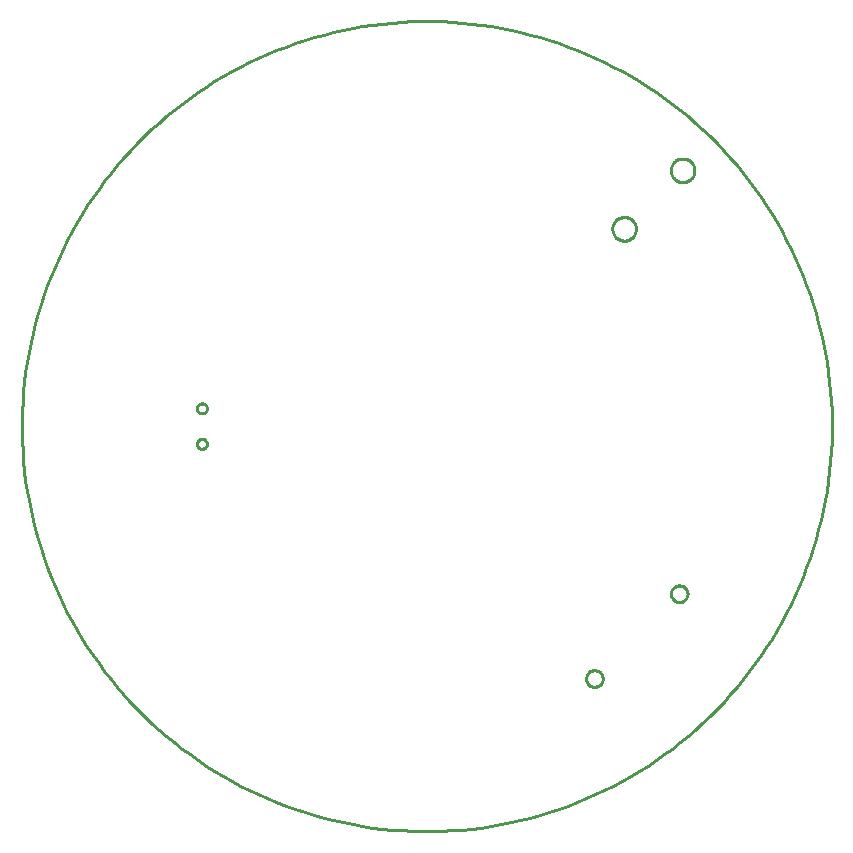
<source format=gbr>
G04 EAGLE Gerber RS-274X export*
G75*
%MOMM*%
%FSLAX34Y34*%
%LPD*%
%IN*%
%IPPOS*%
%AMOC8*
5,1,8,0,0,1.08239X$1,22.5*%
G01*
%ADD10C,0.254000*%


D10*
X342900Y-4208D02*
X342900Y4208D01*
X342693Y12622D01*
X342280Y21028D01*
X341661Y29422D01*
X340836Y37798D01*
X339806Y46151D01*
X338571Y54477D01*
X337132Y62769D01*
X335490Y71024D01*
X333646Y79236D01*
X331601Y87400D01*
X329356Y95512D01*
X326913Y103566D01*
X324273Y111557D01*
X321438Y119482D01*
X318409Y127334D01*
X315188Y135110D01*
X311777Y142804D01*
X308179Y150413D01*
X304395Y157931D01*
X300427Y165353D01*
X296279Y172676D01*
X291952Y179895D01*
X287449Y187006D01*
X282773Y194004D01*
X277927Y200885D01*
X272913Y207645D01*
X267735Y214280D01*
X262396Y220786D01*
X256898Y227159D01*
X251246Y233396D01*
X245443Y239491D01*
X239491Y245443D01*
X233396Y251246D01*
X227159Y256898D01*
X220786Y262396D01*
X214280Y267735D01*
X207645Y272913D01*
X200885Y277927D01*
X194004Y282773D01*
X187006Y287449D01*
X179895Y291952D01*
X172676Y296279D01*
X165353Y300427D01*
X157931Y304395D01*
X150413Y308179D01*
X142804Y311777D01*
X135110Y315188D01*
X127334Y318409D01*
X119482Y321438D01*
X111557Y324273D01*
X103566Y326913D01*
X95512Y329356D01*
X87400Y331601D01*
X79236Y333646D01*
X71024Y335490D01*
X62769Y337132D01*
X54477Y338571D01*
X46151Y339806D01*
X37798Y340836D01*
X29422Y341661D01*
X21028Y342280D01*
X12622Y342693D01*
X4208Y342900D01*
X-4208Y342900D01*
X-12622Y342693D01*
X-21028Y342280D01*
X-29422Y341661D01*
X-37798Y340836D01*
X-46151Y339806D01*
X-54477Y338571D01*
X-62769Y337132D01*
X-71024Y335490D01*
X-79236Y333646D01*
X-87400Y331601D01*
X-95512Y329356D01*
X-103566Y326913D01*
X-111557Y324273D01*
X-119482Y321438D01*
X-127334Y318409D01*
X-135110Y315188D01*
X-142804Y311777D01*
X-150413Y308179D01*
X-157931Y304395D01*
X-165353Y300427D01*
X-172676Y296279D01*
X-179895Y291952D01*
X-187006Y287449D01*
X-194004Y282773D01*
X-200885Y277927D01*
X-207645Y272913D01*
X-214280Y267735D01*
X-220786Y262396D01*
X-227159Y256898D01*
X-233396Y251246D01*
X-239491Y245443D01*
X-245443Y239491D01*
X-251246Y233396D01*
X-256898Y227159D01*
X-262396Y220786D01*
X-267735Y214280D01*
X-272913Y207645D01*
X-277927Y200885D01*
X-282773Y194004D01*
X-287449Y187006D01*
X-291952Y179895D01*
X-296279Y172676D01*
X-300427Y165353D01*
X-304395Y157931D01*
X-308179Y150413D01*
X-311777Y142804D01*
X-315188Y135110D01*
X-318409Y127334D01*
X-321438Y119482D01*
X-324273Y111557D01*
X-326913Y103566D01*
X-329356Y95512D01*
X-331601Y87400D01*
X-333646Y79236D01*
X-335490Y71024D01*
X-337132Y62769D01*
X-338571Y54477D01*
X-339806Y46151D01*
X-340836Y37798D01*
X-341661Y29422D01*
X-342280Y21028D01*
X-342693Y12622D01*
X-342900Y4208D01*
X-342900Y-4208D01*
X-342693Y-12622D01*
X-342280Y-21028D01*
X-341661Y-29422D01*
X-340836Y-37798D01*
X-339806Y-46151D01*
X-338571Y-54477D01*
X-337132Y-62769D01*
X-335490Y-71024D01*
X-333646Y-79236D01*
X-331601Y-87400D01*
X-329356Y-95512D01*
X-326913Y-103566D01*
X-324273Y-111557D01*
X-321438Y-119482D01*
X-318409Y-127334D01*
X-315188Y-135110D01*
X-311777Y-142804D01*
X-308179Y-150413D01*
X-304395Y-157931D01*
X-300427Y-165353D01*
X-296279Y-172676D01*
X-291952Y-179895D01*
X-287449Y-187006D01*
X-282773Y-194004D01*
X-277927Y-200885D01*
X-272913Y-207645D01*
X-267735Y-214280D01*
X-262396Y-220786D01*
X-256898Y-227159D01*
X-251246Y-233396D01*
X-245443Y-239491D01*
X-239491Y-245443D01*
X-233396Y-251246D01*
X-227159Y-256898D01*
X-220786Y-262396D01*
X-214280Y-267735D01*
X-207645Y-272913D01*
X-200885Y-277927D01*
X-194004Y-282773D01*
X-187006Y-287449D01*
X-179895Y-291952D01*
X-172676Y-296279D01*
X-165353Y-300427D01*
X-157931Y-304395D01*
X-150413Y-308179D01*
X-142804Y-311777D01*
X-135110Y-315188D01*
X-127334Y-318409D01*
X-119482Y-321438D01*
X-111557Y-324273D01*
X-103566Y-326913D01*
X-95512Y-329356D01*
X-87400Y-331601D01*
X-79236Y-333646D01*
X-71024Y-335490D01*
X-62769Y-337132D01*
X-54477Y-338571D01*
X-46151Y-339806D01*
X-37798Y-340836D01*
X-29422Y-341661D01*
X-21028Y-342280D01*
X-12622Y-342693D01*
X-4208Y-342900D01*
X4208Y-342900D01*
X12622Y-342693D01*
X21028Y-342280D01*
X29422Y-341661D01*
X37798Y-340836D01*
X46151Y-339806D01*
X54477Y-338571D01*
X62769Y-337132D01*
X71024Y-335490D01*
X79236Y-333646D01*
X87400Y-331601D01*
X95512Y-329356D01*
X103566Y-326913D01*
X111557Y-324273D01*
X119482Y-321438D01*
X127334Y-318409D01*
X135110Y-315188D01*
X142804Y-311777D01*
X150413Y-308179D01*
X157931Y-304395D01*
X165353Y-300427D01*
X172676Y-296279D01*
X179895Y-291952D01*
X187006Y-287449D01*
X194004Y-282773D01*
X200885Y-277927D01*
X207645Y-272913D01*
X214280Y-267735D01*
X220786Y-262396D01*
X227159Y-256898D01*
X233396Y-251246D01*
X239491Y-245443D01*
X245443Y-239491D01*
X251246Y-233396D01*
X256898Y-227159D01*
X262396Y-220786D01*
X267735Y-214280D01*
X272913Y-207645D01*
X277927Y-200885D01*
X282773Y-194004D01*
X287449Y-187006D01*
X291952Y-179895D01*
X296279Y-172676D01*
X300427Y-165353D01*
X304395Y-157931D01*
X308179Y-150413D01*
X311777Y-142804D01*
X315188Y-135110D01*
X318409Y-127334D01*
X321438Y-119482D01*
X324273Y-111557D01*
X326913Y-103566D01*
X329356Y-95512D01*
X331601Y-87400D01*
X333646Y-79236D01*
X335490Y-71024D01*
X337132Y-62769D01*
X338571Y-54477D01*
X339806Y-46151D01*
X340836Y-37798D01*
X341661Y-29422D01*
X342280Y-21028D01*
X342693Y-12622D01*
X342900Y-4208D01*
X147072Y-209014D02*
X147508Y-209546D01*
X147890Y-210118D01*
X148215Y-210725D01*
X148478Y-211360D01*
X148677Y-212018D01*
X148812Y-212693D01*
X148879Y-213377D01*
X148879Y-214065D01*
X148812Y-214749D01*
X148677Y-215424D01*
X148478Y-216082D01*
X148215Y-216718D01*
X147890Y-217324D01*
X147508Y-217896D01*
X147072Y-218428D01*
X146586Y-218914D01*
X146054Y-219350D01*
X145482Y-219732D01*
X144875Y-220057D01*
X144240Y-220320D01*
X143582Y-220519D01*
X142907Y-220654D01*
X142223Y-220721D01*
X141535Y-220721D01*
X140851Y-220654D01*
X140176Y-220519D01*
X139518Y-220320D01*
X138882Y-220057D01*
X138276Y-219732D01*
X137704Y-219350D01*
X137172Y-218914D01*
X136686Y-218428D01*
X136250Y-217896D01*
X135868Y-217324D01*
X135543Y-216718D01*
X135280Y-216082D01*
X135081Y-215424D01*
X134946Y-214749D01*
X134879Y-214065D01*
X134879Y-213377D01*
X134946Y-212693D01*
X135081Y-212018D01*
X135280Y-211360D01*
X135543Y-210725D01*
X135868Y-210118D01*
X136250Y-209546D01*
X136686Y-209014D01*
X137172Y-208528D01*
X137704Y-208092D01*
X138276Y-207710D01*
X138882Y-207385D01*
X139518Y-207122D01*
X140176Y-206923D01*
X140851Y-206788D01*
X141535Y-206721D01*
X142223Y-206721D01*
X142907Y-206788D01*
X143582Y-206923D01*
X144240Y-207122D01*
X144875Y-207385D01*
X145482Y-207710D01*
X146054Y-208092D01*
X146586Y-208528D01*
X147072Y-209014D01*
X218914Y-137172D02*
X219350Y-137704D01*
X219732Y-138276D01*
X220057Y-138882D01*
X220320Y-139518D01*
X220519Y-140176D01*
X220654Y-140851D01*
X220721Y-141535D01*
X220721Y-142223D01*
X220654Y-142907D01*
X220519Y-143582D01*
X220320Y-144240D01*
X220057Y-144875D01*
X219732Y-145482D01*
X219350Y-146054D01*
X218914Y-146586D01*
X218428Y-147072D01*
X217896Y-147508D01*
X217324Y-147890D01*
X216718Y-148215D01*
X216082Y-148478D01*
X215424Y-148677D01*
X214749Y-148812D01*
X214065Y-148879D01*
X213377Y-148879D01*
X212693Y-148812D01*
X212018Y-148677D01*
X211360Y-148478D01*
X210725Y-148215D01*
X210118Y-147890D01*
X209546Y-147508D01*
X209014Y-147072D01*
X208528Y-146586D01*
X208092Y-146054D01*
X207710Y-145482D01*
X207385Y-144875D01*
X207122Y-144240D01*
X206923Y-143582D01*
X206788Y-142907D01*
X206721Y-142223D01*
X206721Y-141535D01*
X206788Y-140851D01*
X206923Y-140176D01*
X207122Y-139518D01*
X207385Y-138882D01*
X207710Y-138276D01*
X208092Y-137704D01*
X208528Y-137172D01*
X209014Y-136686D01*
X209546Y-136250D01*
X210118Y-135868D01*
X210725Y-135543D01*
X211360Y-135280D01*
X212018Y-135081D01*
X212693Y-134946D01*
X213377Y-134879D01*
X214065Y-134879D01*
X214749Y-134946D01*
X215424Y-135081D01*
X216082Y-135280D01*
X216718Y-135543D01*
X217324Y-135868D01*
X217896Y-136250D01*
X218428Y-136686D01*
X218914Y-137172D01*
X-190779Y-19250D02*
X-191331Y-19177D01*
X-191869Y-19033D01*
X-192384Y-18820D01*
X-192866Y-18541D01*
X-193308Y-18202D01*
X-193702Y-17808D01*
X-194041Y-17366D01*
X-194320Y-16884D01*
X-194533Y-16369D01*
X-194677Y-15831D01*
X-194750Y-15279D01*
X-194750Y-14721D01*
X-194677Y-14169D01*
X-194533Y-13631D01*
X-194320Y-13116D01*
X-194041Y-12634D01*
X-193702Y-12192D01*
X-193308Y-11798D01*
X-192866Y-11459D01*
X-192384Y-11180D01*
X-191869Y-10967D01*
X-191331Y-10823D01*
X-190779Y-10750D01*
X-190221Y-10750D01*
X-189669Y-10823D01*
X-189131Y-10967D01*
X-188616Y-11180D01*
X-188134Y-11459D01*
X-187692Y-11798D01*
X-187298Y-12192D01*
X-186959Y-12634D01*
X-186680Y-13116D01*
X-186467Y-13631D01*
X-186323Y-14169D01*
X-186250Y-14721D01*
X-186250Y-15279D01*
X-186323Y-15831D01*
X-186467Y-16369D01*
X-186680Y-16884D01*
X-186959Y-17366D01*
X-187298Y-17808D01*
X-187692Y-18202D01*
X-188134Y-18541D01*
X-188616Y-18820D01*
X-189131Y-19033D01*
X-189669Y-19177D01*
X-190221Y-19250D01*
X-190779Y-19250D01*
X-190779Y10750D02*
X-191331Y10823D01*
X-191869Y10967D01*
X-192384Y11180D01*
X-192866Y11459D01*
X-193308Y11798D01*
X-193702Y12192D01*
X-194041Y12634D01*
X-194320Y13116D01*
X-194533Y13631D01*
X-194677Y14169D01*
X-194750Y14721D01*
X-194750Y15279D01*
X-194677Y15831D01*
X-194533Y16369D01*
X-194320Y16884D01*
X-194041Y17366D01*
X-193702Y17808D01*
X-193308Y18202D01*
X-192866Y18541D01*
X-192384Y18820D01*
X-191869Y19033D01*
X-191331Y19177D01*
X-190779Y19250D01*
X-190221Y19250D01*
X-189669Y19177D01*
X-189131Y19033D01*
X-188616Y18820D01*
X-188134Y18541D01*
X-187692Y18202D01*
X-187298Y17808D01*
X-186959Y17366D01*
X-186680Y16884D01*
X-186467Y16369D01*
X-186323Y15831D01*
X-186250Y15279D01*
X-186250Y14721D01*
X-186323Y14169D01*
X-186467Y13631D01*
X-186680Y13116D01*
X-186959Y12634D01*
X-187298Y12192D01*
X-187692Y11798D01*
X-188134Y11459D01*
X-188616Y11180D01*
X-189131Y10967D01*
X-189669Y10823D01*
X-190221Y10750D01*
X-190779Y10750D01*
X209171Y209789D02*
X208610Y210458D01*
X208109Y211173D01*
X207673Y211929D01*
X207304Y212721D01*
X207005Y213541D01*
X206779Y214385D01*
X206627Y215245D01*
X206551Y216115D01*
X206551Y216988D01*
X206627Y217858D01*
X206779Y218718D01*
X207005Y219561D01*
X207304Y220382D01*
X207673Y221173D01*
X208109Y221929D01*
X208610Y222645D01*
X209171Y223314D01*
X209789Y223931D01*
X210458Y224492D01*
X211173Y224993D01*
X211929Y225430D01*
X212721Y225799D01*
X213541Y226098D01*
X214385Y226324D01*
X215245Y226475D01*
X216115Y226551D01*
X216988Y226551D01*
X217858Y226475D01*
X218718Y226324D01*
X219561Y226098D01*
X220382Y225799D01*
X221173Y225430D01*
X221929Y224993D01*
X222645Y224492D01*
X223314Y223931D01*
X223931Y223314D01*
X224492Y222645D01*
X224993Y221929D01*
X225430Y221173D01*
X225799Y220382D01*
X226098Y219561D01*
X226324Y218718D01*
X226475Y217858D01*
X226551Y216988D01*
X226551Y216115D01*
X226475Y215245D01*
X226324Y214385D01*
X226098Y213541D01*
X225799Y212721D01*
X225430Y211929D01*
X224993Y211173D01*
X224492Y210458D01*
X223931Y209789D01*
X223314Y209171D01*
X222645Y208610D01*
X221929Y208109D01*
X221173Y207673D01*
X220382Y207304D01*
X219561Y207005D01*
X218718Y206779D01*
X217858Y206627D01*
X216988Y206551D01*
X216115Y206551D01*
X215245Y206627D01*
X214385Y206779D01*
X213541Y207005D01*
X212721Y207304D01*
X211929Y207673D01*
X211173Y208109D01*
X210458Y208610D01*
X209789Y209171D01*
X209171Y209789D01*
X159674Y160291D02*
X159113Y160960D01*
X158612Y161676D01*
X158175Y162432D01*
X157806Y163223D01*
X157508Y164044D01*
X157282Y164887D01*
X157130Y165747D01*
X157054Y166617D01*
X157054Y167490D01*
X157130Y168360D01*
X157282Y169220D01*
X157508Y170064D01*
X157806Y170884D01*
X158175Y171676D01*
X158612Y172432D01*
X159113Y173147D01*
X159674Y173816D01*
X160291Y174434D01*
X160960Y174995D01*
X161676Y175496D01*
X162432Y175932D01*
X163223Y176301D01*
X164044Y176600D01*
X164887Y176826D01*
X165747Y176978D01*
X166617Y177054D01*
X167490Y177054D01*
X168360Y176978D01*
X169220Y176826D01*
X170064Y176600D01*
X170884Y176301D01*
X171676Y175932D01*
X172432Y175496D01*
X173147Y174995D01*
X173816Y174434D01*
X174434Y173816D01*
X174995Y173147D01*
X175496Y172432D01*
X175932Y171676D01*
X176301Y170884D01*
X176600Y170064D01*
X176826Y169220D01*
X176978Y168360D01*
X177054Y167490D01*
X177054Y166617D01*
X176978Y165747D01*
X176826Y164887D01*
X176600Y164044D01*
X176301Y163223D01*
X175932Y162432D01*
X175496Y161676D01*
X174995Y160960D01*
X174434Y160291D01*
X173816Y159674D01*
X173147Y159113D01*
X172432Y158612D01*
X171676Y158175D01*
X170884Y157806D01*
X170064Y157508D01*
X169220Y157282D01*
X168360Y157130D01*
X167490Y157054D01*
X166617Y157054D01*
X165747Y157130D01*
X164887Y157282D01*
X164044Y157508D01*
X163223Y157806D01*
X162432Y158175D01*
X161676Y158612D01*
X160960Y159113D01*
X160291Y159674D01*
X159674Y160291D01*
M02*

</source>
